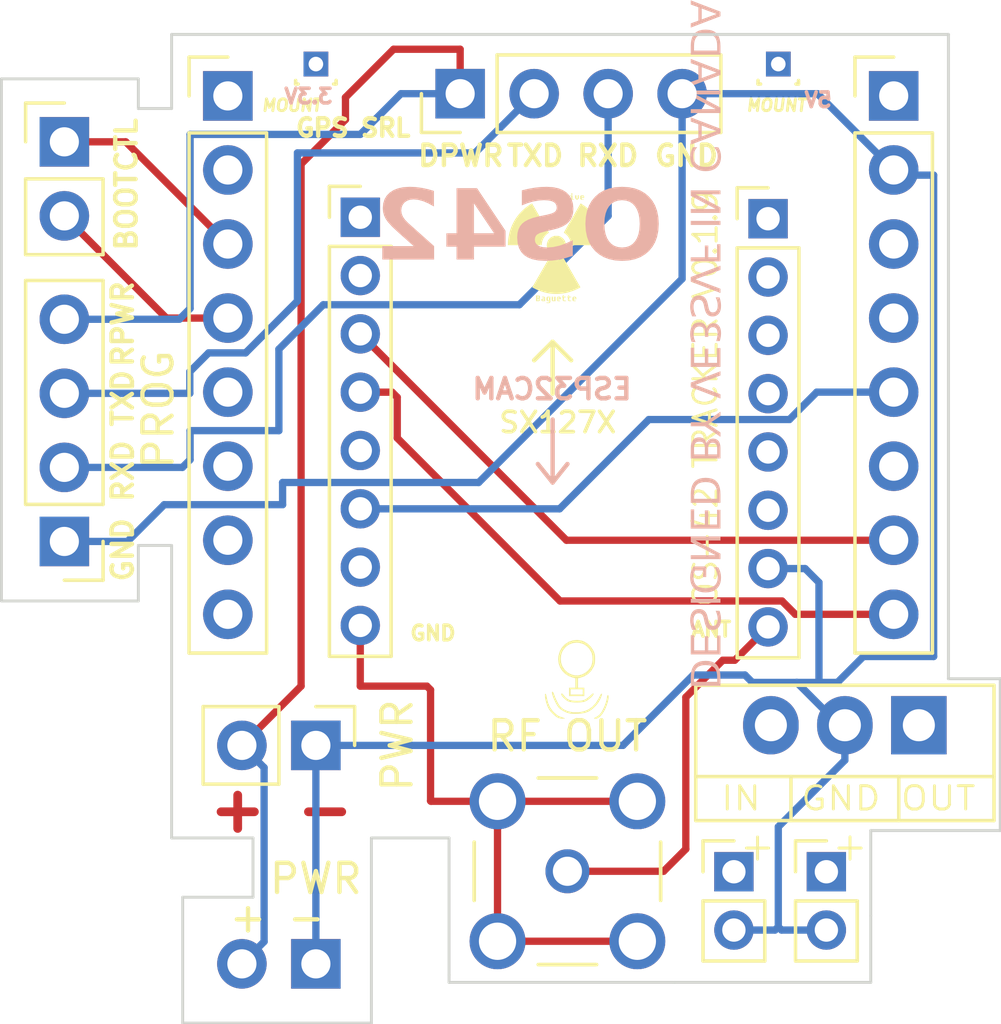
<source format=kicad_pcb>
(kicad_pcb (version 20221018) (generator pcbnew)
  (layers (0 "F.Cu" signal) (1 "In1.Cu" signal "Pos1.Cu") (2 "In2.Cu" signal "Pos2.Cu") (31 "B.Cu" signal) (34 "B.Paste" user) (35 "F.Paste" user) (36 "B.SilkS" user "B.Silkscreen") (37 "F.SilkS" user "F.Silkscreen") (38 "B.Mask" user) (39 "F.Mask" user) (44 "Edge.Cuts" user))
  (net 0 "")
  (footprint "Connector_PinHeader_1.00mm:PinHeader_1x01_P1.00mm_Vertical" (layer "F.Cu") (at 135.763 72.517)
    (fp_text reference "REF**" hide)
    (fp_text value "PinHeader_1x01_P1.00mm_Vertical" hide)
    (pad "1" thru_hole rect (at 0 0) (size 0.85 0.85) (drill 0.5) (layers "*.Cu" "*.Mask"))
  )
  (footprint "Connector_PinHeader_2.54mm:PinHeader_1x02_P2.54mm_Vertical" (layer "F.Cu") (at 127.127 75.184)
    (fp_text reference "REF**" hide)
    (fp_text value "PinHeader_1x02_P2.54mm_Vertical" hide)
    (pad "1" thru_hole rect (at 0 0) (size 1.7 1.7) (drill 1) (layers "*.Cu" "*.Mask"))
    (pad "2" thru_hole oval (at 0 2.54) (size 1.7 1.7) (drill 1) (layers "*.Cu" "*.Mask"))
  )
  (footprint "Package_TO_SOT_THT:TO-220-3_Vertical" (layer "F.Cu") (at 156.464 95.194 180)
    (fp_text reference "REF**" hide)
    (fp_text value "TO-220-3_Vertical" hide)
    (pad "1" thru_hole rect (at 0 0 180) (size 1.905 2) (drill 1.1) (layers "*.Cu" "*.Mask"))
    (pad "2" thru_hole oval (at 2.54 0 180) (size 1.905 2) (drill 1.1) (layers "*.Cu" "*.Mask"))
    (pad "3" thru_hole oval (at 5.08 0 180) (size 1.905 2) (drill 1.1) (layers "*.Cu" "*.Mask"))
  )
  (footprint "LOGO" (layer "F.Cu") (at 144.018 78.74)
    (fp_text reference "G***" hide)
    (fp_text value "LOGO" hide)
  )
  (footprint "Connector_PinHeader_2.54mm:PinHeader_1x02_P2.54mm_Vertical" (layer "F.Cu") (at 135.763 103.378 -90)
    (fp_text reference "PWR" (at -2.921 0) (layer "F.SilkS"))
    (fp_text value "PinHeader_1x02_P2.54mm_Vertical" hide)
    (pad "1" thru_hole rect (at 0 0 270) (size 1.7 1.7) (drill 1) (layers "*.Cu" "*.Mask"))
    (pad "2" thru_hole oval (at 0 2.54 270) (size 1.7 1.7) (drill 1) (layers "*.Cu" "*.Mask"))
  )
  (footprint "SMA:LPRS_SMA_CONNECTOR" (layer "F.Cu") (at 144.399 100.203)
    (fp_text reference "RF OUT" (at 0 -4.635) (layer "F.SilkS"))
    (fp_text value "LPRS_SMA_CONNECTOR" hide)
    (pad "1" thru_hole circle (at 0 0) (size 1.508 1.508) (drill 1) (layers "*.Cu" "*.Mask"))
    (pad "G1" thru_hole circle (at -2.4 -2.4) (size 1.92 1.92) (drill 1.28) (layers "*.Cu" "*.Mask"))
    (pad "G2" thru_hole circle (at -2.4 2.4) (size 1.92 1.92) (drill 1.28) (layers "*.Cu" "*.Mask"))
    (pad "G3" thru_hole circle (at 2.4 2.4) (size 1.92 1.92) (drill 1.28) (layers "*.Cu" "*.Mask"))
    (pad "G4" thru_hole circle (at 2.4 -2.4) (size 1.92 1.92) (drill 1.28) (layers "*.Cu" "*.Mask"))
  )
  (footprint "Connector_PinHeader_2.00mm:PinHeader_1x08_P2.00mm_Vertical" (layer "F.Cu") (at 151.287 77.821)
    (fp_text reference "REF**" hide)
    (fp_text value "PinHeader_1x08_P2.00mm_Vertical" hide)
    (pad "1" thru_hole rect (at 0 0) (size 1.35 1.35) (drill 0.8) (layers "*.Cu" "*.Mask"))
    (pad "2" thru_hole oval (at 0 2) (size 1.35 1.35) (drill 0.8) (layers "*.Cu" "*.Mask"))
    (pad "3" thru_hole oval (at 0 4) (size 1.35 1.35) (drill 0.8) (layers "*.Cu" "*.Mask"))
    (pad "4" thru_hole oval (at 0 6) (size 1.35 1.35) (drill 0.8) (layers "*.Cu" "*.Mask"))
    (pad "5" thru_hole oval (at 0 8) (size 1.35 1.35) (drill 0.8) (layers "*.Cu" "*.Mask"))
    (pad "6" thru_hole oval (at 0 10) (size 1.35 1.35) (drill 0.8) (layers "*.Cu" "*.Mask"))
    (pad "7" thru_hole oval (at 0 12) (size 1.35 1.35) (drill 0.8) (layers "*.Cu" "*.Mask"))
    (pad "8" thru_hole oval (at 0 14) (size 1.35 1.35) (drill 0.8) (layers "*.Cu" "*.Mask"))
  )
  (footprint "Connector_PinHeader_2.00mm:PinHeader_1x08_P2.00mm_Vertical" (layer "F.Cu") (at 137.287 77.771)
    (fp_text reference "REF**" hide)
    (fp_text value "PinHeader_1x08_P2.00mm_Vertical" hide)
    (pad "1" thru_hole rect (at 0 0) (size 1.35 1.35) (drill 0.8) (layers "*.Cu" "*.Mask"))
    (pad "2" thru_hole oval (at 0 2) (size 1.35 1.35) (drill 0.8) (layers "*.Cu" "*.Mask"))
    (pad "3" thru_hole oval (at 0 4) (size 1.35 1.35) (drill 0.8) (layers "*.Cu" "*.Mask"))
    (pad "4" thru_hole oval (at 0 6) (size 1.35 1.35) (drill 0.8) (layers "*.Cu" "*.Mask"))
    (pad "5" thru_hole oval (at 0 8) (size 1.35 1.35) (drill 0.8) (layers "*.Cu" "*.Mask"))
    (pad "6" thru_hole oval (at 0 10) (size 1.35 1.35) (drill 0.8) (layers "*.Cu" "*.Mask"))
    (pad "7" thru_hole oval (at 0 12) (size 1.35 1.35) (drill 0.8) (layers "*.Cu" "*.Mask"))
    (pad "8" thru_hole oval (at 0 14) (size 1.35 1.35) (drill 0.8) (layers "*.Cu" "*.Mask"))
  )
  (footprint "Connector_PinHeader_2.54mm:PinHeader_1x04_P2.54mm_Vertical" (layer "F.Cu") (at 127.127 88.89 180)
    (fp_text reference "REF**" hide)
    (fp_text value "PinHeader_1x04_P2.54mm_Vertical" hide)
    (pad "1" thru_hole rect (at 0 0 180) (size 1.7 1.7) (drill 1) (layers "*.Cu" "*.Mask"))
    (pad "2" thru_hole oval (at 0 2.54 180) (size 1.7 1.7) (drill 1) (layers "*.Cu" "*.Mask"))
    (pad "3" thru_hole oval (at 0 5.08 180) (size 1.7 1.7) (drill 1) (layers "*.Cu" "*.Mask"))
    (pad "4" thru_hole oval (at 0 7.62 180) (size 1.7 1.7) (drill 1) (layers "*.Cu" "*.Mask"))
  )
  (footprint "Connector_PinHeader_2.54mm:PinHeader_1x08_P2.54mm_Vertical" (layer "F.Cu") (at 155.6004 73.6092)
    (fp_text reference "REF**" hide)
    (fp_text value "PinHeader_1x08_P2.54mm_Vertical" hide)
    (pad "1" thru_hole rect (at 0 0) (size 1.7 1.7) (drill 1) (layers "*.Cu" "*.Mask"))
    (pad "2" thru_hole oval (at 0 2.54) (size 1.7 1.7) (drill 1) (layers "*.Cu" "*.Mask"))
    (pad "3" thru_hole oval (at 0 5.08) (size 1.7 1.7) (drill 1) (layers "*.Cu" "*.Mask"))
    (pad "4" thru_hole oval (at 0 7.62) (size 1.7 1.7) (drill 1) (layers "*.Cu" "*.Mask"))
    (pad "5" thru_hole oval (at 0 10.16) (size 1.7 1.7) (drill 1) (layers "*.Cu" "*.Mask"))
    (pad "6" thru_hole oval (at 0 12.7) (size 1.7 1.7) (drill 1) (layers "*.Cu" "*.Mask"))
    (pad "7" thru_hole oval (at 0 15.24) (size 1.7 1.7) (drill 1) (layers "*.Cu" "*.Mask"))
    (pad "8" thru_hole oval (at 0 17.78) (size 1.7 1.7) (drill 1) (layers "*.Cu" "*.Mask"))
  )
  (footprint "Connector_PinHeader_1.00mm:PinHeader_1x01_P1.00mm_Vertical" (layer "F.Cu") (at 151.638 72.517)
    (fp_text reference "REF**" hide)
    (fp_text value "PinHeader_1x01_P1.00mm_Vertical" hide)
    (pad "1" thru_hole rect (at 0 0) (size 0.85 0.85) (drill 0.5) (layers "*.Cu" "*.Mask"))
  )
  (footprint "Connector_PinHeader_2.54mm:PinHeader_1x02_P2.54mm_Vertical" (layer "F.Cu") (at 135.763 95.885 -90)
    (fp_text reference "PWR" (at 0 -2.794 90) (layer "F.SilkS"))
    (fp_text value "PinHeader_1x02_P2.54mm_Vertical" hide)
    (pad "1" thru_hole rect (at 0 0 270) (size 1.7 1.7) (drill 1) (layers "*.Cu" "*.Mask"))
    (pad "2" thru_hole oval (at 0 2.54 270) (size 1.7 1.7) (drill 1) (layers "*.Cu" "*.Mask"))
  )
  (footprint "Connector_PinHeader_2.00mm:PinHeader_1x02_P2.00mm_Vertical" (layer "F.Cu") (at 153.289 100.219)
    (fp_text reference "REF**" hide)
    (fp_text value "PinHeader_1x02_P2.00mm_Vertical" hide)
    (fp_text user "+" (at 0.127 -0.3048 unlocked) (layer "F.SilkS") (effects (font (thickness 0.1)) (justify left bottom)))
    (pad "1" thru_hole rect (at 0 0) (size 1.35 1.35) (drill 0.8) (layers "*.Cu" "*.Mask"))
    (pad "2" thru_hole oval (at 0 2) (size 1.35 1.35) (drill 0.8) (layers "*.Cu" "*.Mask"))
  )
  (footprint "TrackerLib:Logo" (layer "F.Cu") (at 144.78 93.472)
    (fp_text reference "G***" hide)
    (fp_text value "LOGO" hide)
  )
  (footprint "Connector_PinHeader_2.54mm:PinHeader_1x08_P2.54mm_Vertical" (layer "F.Cu") (at 132.7404 73.6092)
    (fp_text reference "REF**" hide)
    (fp_text value "PinHeader_1x08_P2.54mm_Vertical" hide)
    (pad "1" thru_hole rect (at 0 0) (size 1.7 1.7) (drill 1) (layers "*.Cu" "*.Mask"))
    (pad "2" thru_hole oval (at 0 2.54) (size 1.7 1.7) (drill 1) (layers "*.Cu" "*.Mask"))
    (pad "3" thru_hole oval (at 0 5.08) (size 1.7 1.7) (drill 1) (layers "*.Cu" "*.Mask"))
    (pad "4" thru_hole oval (at 0 7.62) (size 1.7 1.7) (drill 1) (layers "*.Cu" "*.Mask"))
    (pad "5" thru_hole oval (at 0 10.16) (size 1.7 1.7) (drill 1) (layers "*.Cu" "*.Mask"))
    (pad "6" thru_hole oval (at 0 12.7) (size 1.7 1.7) (drill 1) (layers "*.Cu" "*.Mask"))
    (pad "7" thru_hole oval (at 0 15.24) (size 1.7 1.7) (drill 1) (layers "*.Cu" "*.Mask"))
    (pad "8" thru_hole oval (at 0 17.78) (size 1.7 1.7) (drill 1) (layers "*.Cu" "*.Mask"))
  )
  (footprint "Connector_PinHeader_2.54mm:PinHeader_1x04_P2.54mm_Vertical" (layer "F.Cu") (at 140.716 73.533 90)
    (fp_text reference "REF**" hide)
    (fp_text value "PinHeader_1x04_P2.54mm_Vertical" hide)
    (pad "1" thru_hole rect (at 0 0 90) (size 1.7 1.7) (drill 1) (layers "*.Cu" "*.Mask"))
    (pad "2" thru_hole oval (at 0 2.54 90) (size 1.7 1.7) (drill 1) (layers "*.Cu" "*.Mask"))
    (pad "3" thru_hole oval (at 0 5.08 90) (size 1.7 1.7) (drill 1) (layers "*.Cu" "*.Mask"))
    (pad "4" thru_hole oval (at 0 7.62 90) (size 1.7 1.7) (drill 1) (layers "*.Cu" "*.Mask"))
  )
  (footprint "Connector_PinHeader_2.00mm:PinHeader_1x02_P2.00mm_Vertical" (layer "F.Cu") (at 150.114 100.219)
    (fp_text reference "REF**" hide)
    (fp_text value "PinHeader_1x02_P2.00mm_Vertical" hide)
    (fp_text user "+" (at 0.127 -0.3048 unlocked) (layer "F.SilkS") (effects (font (thickness 0.1)) (justify left bottom)))
    (pad "1" thru_hole rect (at 0 0) (size 1.35 1.35) (drill 0.8) (layers "*.Cu" "*.Mask"))
    (pad "2" thru_hole oval (at 0 2) (size 1.35 1.35) (drill 0.8) (layers "*.Cu" "*.Mask"))
  )
  (gr_line (start 143.891 86.868) (end 144.399 86.233) (stroke (width 0.15)) (layer "B.SilkS"))
  (gr_line (start 143.891 84.709) (end 143.891 86.868) (stroke (width 0.15)) (layer "B.SilkS"))
  (gr_line (start 143.891 86.868) (end 143.383 86.233) (stroke (width 0.15)) (layer "B.SilkS"))
  (gr_line (start 143.891 82.042) (end 143.256 82.677) (stroke (width 0.15)) (layer "F.SilkS"))
  (gr_line (start 143.891 83.82) (end 143.891 82.042) (stroke (width 0.15)) (layer "F.SilkS"))
  (gr_line (start 143.891 82.042) (end 144.526 82.677) (stroke (width 0.15)) (layer "F.SilkS"))
  (gr_line (start 140.335 99.06) (end 140.335 103.759) (stroke (width 0.1)) (layer "Edge.Cuts"))
  (gr_line (start 133.604 101.092) (end 131.191 101.092) (stroke (width 0.1)) (layer "Edge.Cuts"))
  (gr_line (start 130.81 71.501) (end 157.48 71.501) (stroke (width 0.1)) (layer "Edge.Cuts"))
  (gr_line (start 129.667 73.025) (end 124.968 73.025) (stroke (width 0.1)) (layer "Edge.Cuts"))
  (gr_line (start 137.668 99.06) (end 140.335 99.06) (stroke (width 0.1)) (layer "Edge.Cuts"))
  (gr_line (start 140.335 104.013) (end 148.082 104.013) (stroke (width 0.1)) (layer "Edge.Cuts"))
  (gr_line (start 129.667 90.932) (end 129.667 89.027) (stroke (width 0.1)) (layer "Edge.Cuts"))
  (gr_line (start 124.968 90.932) (end 129.667 90.932) (stroke (width 0.1)) (layer "Edge.Cuts"))
  (gr_line (start 131.191 101.092) (end 131.191 105.41) (stroke (width 0.1)) (layer "Edge.Cuts"))
  (gr_line (start 124.968 73.025) (end 124.968 73.279) (stroke (width 0.1)) (layer "Edge.Cuts"))
  (gr_line (start 133.604 99.06) (end 133.604 101.092) (stroke (width 0.1)) (layer "Edge.Cuts"))
  (gr_line (start 131.191 105.41) (end 137.668 105.41) (stroke (width 0.1)) (layer "Edge.Cuts"))
  (gr_line (start 154.813 101.727) (end 154.813 98.806) (stroke (width 0.1)) (layer "Edge.Cuts"))
  (gr_line (start 159.258 93.599) (end 157.48 93.599) (stroke (width 0.1)) (layer "Edge.Cuts"))
  (gr_line (start 140.335 103.759) (end 140.335 104.013) (stroke (width 0.1)) (layer "Edge.Cuts"))
  (gr_line (start 129.667 73.025) (end 129.667 74.041) (stroke (width 0.1)) (layer "Edge.Cuts"))
  (gr_line (start 148.082 104.013) (end 154.813 104.013) (stroke (width 0.1)) (layer "Edge.Cuts"))
  (gr_line (start 154.813 98.806) (end 159.258 98.806) (stroke (width 0.1)) (layer "Edge.Cuts"))
  (gr_line (start 130.81 74.041) (end 130.81 71.501) (stroke (width 0.1)) (layer "Edge.Cuts"))
  (gr_line (start 137.668 105.41) (end 137.668 99.06) (stroke (width 0.1)) (layer "Edge.Cuts"))
  (gr_line (start 130.81 89.027) (end 130.81 99.06) (stroke (width 0.1)) (layer "Edge.Cuts"))
  (gr_line (start 124.968 73.279) (end 124.968 90.932) (stroke (width 0.1)) (layer "Edge.Cuts"))
  (gr_line (start 129.667 74.041) (end 130.81 74.041) (stroke (width 0.1)) (layer "Edge.Cuts"))
  (gr_line (start 129.667 89.027) (end 130.81 89.027) (stroke (width 0.1)) (layer "Edge.Cuts"))
  (gr_line (start 157.48 93.599) (end 157.48 71.501) (stroke (width 0.1)) (layer "Edge.Cuts"))
  (gr_line (start 154.813 104.013) (end 154.813 101.727) (stroke (width 0.1)) (layer "Edge.Cuts"))
  (gr_line (start 159.258 98.806) (end 159.258 93.599) (stroke (width 0.1)) (layer "Edge.Cuts"))
  (gr_line (start 130.81 99.06) (end 133.604 99.06) (stroke (width 0.1)) (layer "Edge.Cuts"))
  (gr_text "+ -" (at 131.953 98.933) (layer "F.Cu") (effects (font (size 1.5 1.5) (thickness 0.3) bold) (justify left bottom)))
  (gr_text "OS42" (at 147.701 79.629) (layer "B.SilkS") (effects (font (size 2.4 2.4) (thickness 0.3) bold) (justify left bottom mirror)))
  (gr_text "5V" (at 153.543 74.041) (layer "B.SilkS") (effects (font (size 0.5 0.5) (thickness 0.125)) (justify left bottom mirror)))
  (gr_text "3.3V" (at 136.398 73.914) (layer "B.SilkS") (effects (font (size 0.5 0.5) (thickness 0.125)) (justify left bottom mirror)))
  (gr_text "DESIGNED BY VE3SVF IN CANADA" (at 148.463 93.98 -90) (layer "B.SilkS") (effects (font (size 1 1)) (justify left bottom mirror)))
  (gr_text "ESP32CAM" (at 146.685 84.074) (layer "B.SilkS") (effects (font (size 0.7 0.7)) (justify left bottom mirror)))
  (gr_text "+ -\n" (at 132.715 102.362) (layer "F.SilkS") (effects (font (size 1 1)) (justify left bottom)))
  (gr_text "RXD" (at 144.653 76.073) (layer "F.SilkS") (effects (font (size 0.7 0.7)) (justify left bottom)))
  (gr_text "GND" (at 147.32 76.073) (layer "F.SilkS") (effects (font (size 0.7 0.7)) (justify left bottom)))
  (gr_text "DPWR" (at 139.192 76.073) (layer "F.SilkS") (effects (font (size 0.7 0.7)) (justify left bottom)))
  (gr_text "GND" (at 129.54 88.011 90) (layer "F.SilkS") (effects (font (size 0.7 0.7)) (justify right bottom)))
  (gr_text "RPWR" (at 129.54 79.883 90) (layer "F.SilkS") (effects (font (size 0.7 0.7)) (justify right bottom)))
  (gr_text "IN  GND OUT" (at 149.606 98.171) (layer "F.SilkS") (effects (font (size 0.8 0.9) (thickness 0.1)) (justify left bottom)))
  (gr_text "SX127X" (at 141.986 85.217) (layer "F.SilkS") (effects (font (size 0.7 0.7) (thickness 0.125)) (justify left bottom)))
  (gr_text "PROG" (at 130.937 86.487 90) (layer "F.SilkS") (effects (font (size 1 1)) (justify left bottom)))
  (gr_text "MOUNT" (at 133.858 74.168) (layer "F.SilkS") (effects (font (size 0.4 0.4) (thickness 0.1) italic) (justify left bottom)))
  (gr_text "GPS SRL" (at 135.001 75.057) (layer "F.SilkS") (effects (font (size 0.6 0.6)) (justify left bottom)))
  (gr_text "MOUNT" (at 150.495 74.168) (layer "F.SilkS") (effects (font (size 0.4 0.4) (thickness 0.1) italic) (justify left bottom)))
  (gr_text "TXD" (at 142.24 76.073) (layer "F.SilkS") (effects (font (size 0.7 0.7)) (justify left bottom)))
  (gr_text "GND" (at 138.938 92.329) (layer "F.SilkS") (effects (font (size 0.5 0.5) (thickness 0.125)) (justify left bottom)))
  (gr_text "ANT" (at 148.59 92.202) (layer "F.SilkS") (effects (font (size 0.5 0.5) (thickness 0.125)) (justify left bottom)))
  (gr_text "RXD" (at 129.54 85.344 90) (layer "F.SilkS") (effects (font (size 0.7 0.7)) (justify right bottom)))
  (gr_text "TXD" (at 129.54 82.931 90) (layer "F.SilkS") (effects (font (size 0.7 0.7)) (justify right bottom)))
  (gr_text "OS-42 TRACKER V0.1.9" (at 149.606 91.186 90) (layer "F.SilkS") (effects (font (size 0.8 0.8) (thickness 0.1)) (justify left bottom)))
  (gr_text "BOOTCTL" (at 129.667 74.295 90) (layer "F.SilkS") (effects (font (size 0.7 0.7)) (justify right bottom)))
  (segment (start 144.3652 88.8492) (end 137.287 81.771) (width 0.25) (layer "F.Cu") (net 0))
  (segment (start 141.999 97.803) (end 139.713 97.803) (width 0.25) (layer "F.Cu") (net 0))
  (segment (start 147.701 100.203) (end 144.399 100.203) (width 0.25) (layer "F.Cu") (net 0))
  (segment (start 149.733 92.964) (end 148.463 94.234) (width 0.25) (layer "F.Cu") (net 0))
  (segment (start 135.255 75.946) (end 136.779 74.422) (width 0.25) (layer "F.Cu") (net 0))
  (segment (start 155.6004 91.3892) (end 152.2222 91.3892) (width 0.25) (layer "F.Cu") (net 0))
  (segment (start 139.573 93.853) (end 137.287 93.853) (width 0.25) (layer "F.Cu") (net 0))
  (segment (start 138.557 85.344) (end 138.557 83.947) (width 0.25) (layer "F.Cu") (net 0))
  (segment (start 151.287 91.821) (end 150.144 92.964) (width 0.25) (layer "F.Cu") (net 0))
  (segment (start 138.381 83.771) (end 137.287 83.771) (width 0.25) (layer "F.Cu") (net 0))
  (segment (start 132.7404 78.6892) (end 129.2352 75.184) (width 0.25) (layer "F.Cu") (net 0))
  (segment (start 139.713 97.803) (end 139.7 97.79) (width 0.25) (layer "F.Cu") (net 0))
  (segment (start 136.779 74.422) (end 136.779 73.66) (width 0.25) (layer "F.Cu") (net 0))
  (segment (start 146.799 102.603) (end 141.999 102.603) (width 0.25) (layer "F.Cu") (net 0))
  (segment (start 151.765 90.932) (end 144.145 90.932) (width 0.25) (layer "F.Cu") (net 0))
  (segment (start 141.999 102.603) (end 141.999 97.803) (width 0.25) (layer "F.Cu") (net 0))
  (segment (start 148.463 94.234) (end 148.463 99.441) (width 0.25) (layer "F.Cu") (net 0))
  (segment (start 150.144 92.964) (end 149.733 92.964) (width 0.25) (layer "F.Cu") (net 0))
  (segment (start 139.7 93.98) (end 139.573 93.853) (width 0.25) (layer "F.Cu") (net 0))
  (segment (start 144.145 90.932) (end 138.557 85.344) (width 0.25) (layer "F.Cu") (net 0))
  (segment (start 138.43 72.009) (end 140.716 72.009) (width 0.25) (layer "F.Cu") (net 0))
  (segment (start 155.6004 88.8492) (end 144.3652 88.8492) (width 0.25) (layer "F.Cu") (net 0))
  (segment (start 135.255 93.853) (end 135.255 75.946) (width 0.25) (layer "F.Cu") (net 0))
  (segment (start 130.6322 81.2292) (end 127.127 77.724) (width 0.25) (layer "F.Cu") (net 0))
  (segment (start 146.799 97.803) (end 141.999 97.803) (width 0.25) (layer "F.Cu") (net 0))
  (segment (start 133.223 95.885) (end 135.255 93.853) (width 0.25) (layer "F.Cu") (net 0))
  (segment (start 136.779 73.66) (end 138.43 72.009) (width 0.25) (layer "F.Cu") (net 0))
  (segment (start 140.716 72.009) (end 140.716 73.533) (width 0.25) (layer "F.Cu") (net 0))
  (segment (start 148.463 99.441) (end 147.701 100.203) (width 0.25) (layer "F.Cu") (net 0))
  (segment (start 138.557 83.947) (end 138.381 83.771) (width 0.25) (layer "F.Cu") (net 0))
  (segment (start 139.7 97.79) (end 139.7 93.98) (width 0.25) (layer "F.Cu") (net 0))
  (segment (start 132.7404 81.2292) (end 130.6322 81.2292) (width 0.25) (layer "F.Cu") (net 0))
  (segment (start 152.2222 91.3892) (end 151.765 90.932) (width 0.25) (layer "F.Cu") (net 0))
  (segment (start 129.2352 75.184) (end 127.127 75.184) (width 0.25) (layer "F.Cu") (net 0))
  (segment (start 137.287 93.853) (end 137.287 91.771) (width 0.25) (layer "F.Cu") (net 0))
  (segment (start 152.019 84.709) (end 147.193 84.709) (width 0.25) (layer "B.Cu") (net 0))
  (segment (start 153.035 93.726) (end 153.67 93.726) (width 0.25) (layer "B.Cu") (net 0))
  (segment (start 131.181 86.35) (end 127.127 86.35) (width 0.25) (layer "B.Cu") (net 0))
  (segment (start 150.495 93.472) (end 150.749 93.726) (width 0.25) (layer "B.Cu") (net 0))
  (segment (start 136.017 80.772) (end 134.493 82.296) (width 0.25) (layer "B.Cu") (net 0))
  (segment (start 153.741 95.194) (end 152.273 93.726) (width 0.25) (layer "B.Cu") (net 0))
  (segment (start 134.62 86.868) (end 134.62 87.63) (width 0.25) (layer "B.Cu") (net 0))
  (segment (start 152.9588 83.7692) (end 152.019 84.709) (width 0.25) (layer "B.Cu") (net 0))
  (segment (start 138.684 73.533) (end 137.287 74.93) (width 0.25) (layer "B.Cu") (net 0))
  (segment (start 131.445 86.086) (end 131.181 86.35) (width 0.25) (layer "B.Cu") (net 0))
  (segment (start 153.67 93.726) (end 154.559 92.837) (width 0.25) (layer "B.Cu") (net 0))
  (segment (start 131.445 85.09) (end 131.445 86.086) (width 0.25) (layer "B.Cu") (net 0))
  (segment (start 129.296 88.89) (end 127.127 88.89) (width 0.25) (layer "B.Cu") (net 0))
  (segment (start 137.287 74.93) (end 131.445 74.93) (width 0.25) (layer "B.Cu") (net 0))
  (segment (start 131.435 83.81) (end 131.435 83.068) (width 0.25) (layer "B.Cu") (net 0))
  (segment (start 148.336 73.533) (end 152.9842 73.533) (width 0.25) (layer "B.Cu") (net 0))
  (segment (start 153.924 96.393) (end 153.924 95.194) (width 0.25) (layer "B.Cu") (net 0))
  (segment (start 152.9842 73.533) (end 155.6004 76.1492) (width 0.25) (layer "B.Cu") (net 0))
  (segment (start 135.763 103.378) (end 135.763 95.885) (width 0.25) (layer "B.Cu") (net 0))
  (segment (start 135.763 95.885) (end 146.304 95.885) (width 0.25) (layer "B.Cu") (net 0))
  (segment (start 151.638 98.679) (end 151.638 102.108) (width 0.25) (layer "B.Cu") (net 0))
  (segment (start 151.638 102.108) (end 151.527 102.219) (width 0.25) (layer "B.Cu") (net 0))
  (segment (start 131.445 74.93) (end 131.445 80.899) (width 0.25) (layer "B.Cu") (net 0))
  (segment (start 151.749 102.219) (end 153.289 102.219) (width 0.25) (layer "B.Cu") (net 0))
  (segment (start 151.287 89.821) (end 152.559 89.821) (width 0.25) (layer "B.Cu") (net 0))
  (segment (start 145.796 73.533) (end 145.796 77.724) (width 0.25) (layer "B.Cu") (net 0))
  (segment (start 148.717 93.472) (end 150.495 93.472) (width 0.25) (layer "B.Cu") (net 0))
  (segment (start 154.559 92.837) (end 156.972 92.837) (width 0.25) (layer "B.Cu") (net 0))
  (segment (start 134.493 85.09) (end 131.445 85.09) (width 0.25) (layer "B.Cu") (net 0))
  (segment (start 131.435 83.068) (end 132.08 82.423) (width 0.25) (layer "B.Cu") (net 0))
  (segment (start 132.08 82.423) (end 133.35 82.423) (width 0.25) (layer "B.Cu") (net 0))
  (segment (start 153.035 90.297) (end 153.035 93.726) (width 0.25) (layer "B.Cu") (net 0))
  (segment (start 133.985 96.647) (end 133.223 95.885) (width 0.25) (layer "B.Cu") (net 0))
  (segment (start 133.985 102.616) (end 133.985 96.647) (width 0.25) (layer "B.Cu") (net 0))
  (segment (start 141.351 86.868) (end 134.62 86.868) (width 0.25) (layer "B.Cu") (net 0))
  (segment (start 153.924 95.194) (end 153.741 95.194) (width 0.25) (layer "B.Cu") (net 0))
  (segment (start 150.749 93.726) (end 152.273 93.726) (width 0.25) (layer "B.Cu") (net 0))
  (segment (start 151.638 98.679) (end 153.924 96.393) (width 0.25) (layer "B.Cu") (net 0))
  (segment (start 151.638 102.108) (end 151.749 102.219) (width 0.25) (layer "B.Cu") (net 0))
  (segment (start 152.559 89.821) (end 153.035 90.297) (width 0.25) (layer "B.Cu") (net 0))
  (segment (start 134.493 82.296) (end 134.493 85.09) (width 0.25) (layer "B.Cu") (net 0))
  (segment (start 144.131 87.771) (end 137.287 87.771) (width 0.25) (layer "B.Cu") (net 0))
  (segment (start 152.273 93.726) (end 153.035 93.726) (width 0.25) (layer "B.Cu") (net 0))
  (segment (start 156.972 92.837) (end 156.972 76.327) (width 0.25) (layer "B.Cu") (net 0))
  (segment (start 156.972 76.327) (end 155.7782 76.327) (width 0.25) (layer "B.Cu") (net 0))
  (segment (start 148.336 79.883) (end 141.351 86.868) (width 0.25) (layer "B.Cu") (net 0))
  (segment (start 142.748 80.772) (end 136.017 80.772) (width 0.25) (layer "B.Cu") (net 0))
  (segment (start 148.336 73.533) (end 148.336 79.883) (width 0.25) (layer "B.Cu") (net 0))
  (segment (start 146.304 95.885) (end 148.717 93.472) (width 0.25) (layer "B.Cu") (net 0))
  (segment (start 145.796 77.724) (end 142.748 80.772) (width 0.25) (layer "B.Cu") (net 0))
  (segment (start 140.716 73.533) (end 138.684 73.533) (width 0.25) (layer "B.Cu") (net 0))
  (segment (start 127.127 83.81) (end 131.435 83.81) (width 0.25) (layer "B.Cu") (net 0))
  (segment (start 131.445 80.899) (end 131.074 81.27) (width 0.25) (layer "B.Cu") (net 0))
  (segment (start 143.256 73.533) (end 141.224 75.565) (width 0.25) (layer "B.Cu") (net 0))
  (segment (start 134.62 87.63) (end 130.556 87.63) (width 0.25) (layer "B.Cu") (net 0))
  (segment (start 133.35 82.423) (end 135.128 80.645) (width 0.25) (layer "B.Cu") (net 0))
  (segment (start 130.556 87.63) (end 129.296 88.89) (width 0.25) (layer "B.Cu") (net 0))
  (segment (start 133.223 103.378) (end 133.985 102.616) (width 0.25) (layer "B.Cu") (net 0))
  (segment (start 155.6004 83.7692) (end 152.9588 83.7692) (width 0.25) (layer "B.Cu") (net 0))
  (segment (start 141.224 75.565) (end 135.128 75.565) (width 0.25) (layer "B.Cu") (net 0))
  (segment (start 135.128 80.645) (end 135.128 75.565) (width 0.25) (layer "B.Cu") (net 0))
  (segment (start 131.074 81.27) (end 127.127 81.27) (width 0.25) (layer "B.Cu") (net 0))
  (segment (start 147.193 84.709) (end 144.131 87.771) (width 0.25) (layer "B.Cu") (net 0))
  (segment (start 151.527 102.219) (end 150.114 102.219) (width 0.25) (layer "B.Cu") (net 0))
  (segment (start 155.7782 76.327) (end 155.6004 76.1492) (width 0.25) (layer "B.Cu") (net 0))
)
</source>
